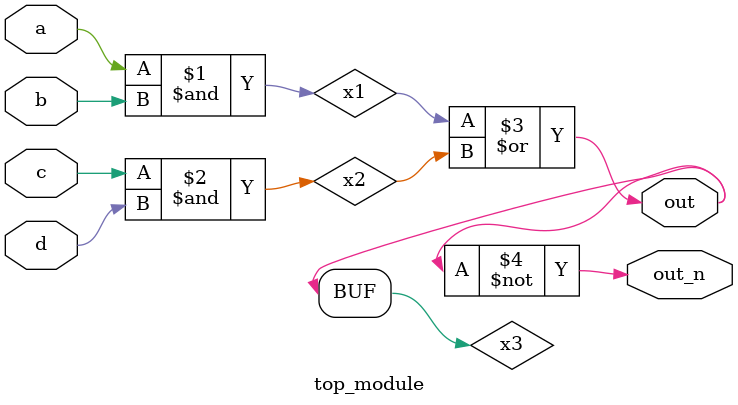
<source format=v>
`default_nettype none
module top_module(
    input a,
    input b,
    input c,
    input d,
    output out,
    output out_n   ); 
	
    wire x1, x2, x3;
	assign x1 = a & b;
	assign x2 = c & d;
    assign x3 = x1 | x2;
	assign out = x3;
    assign out_n = ~out;

endmodule

</source>
